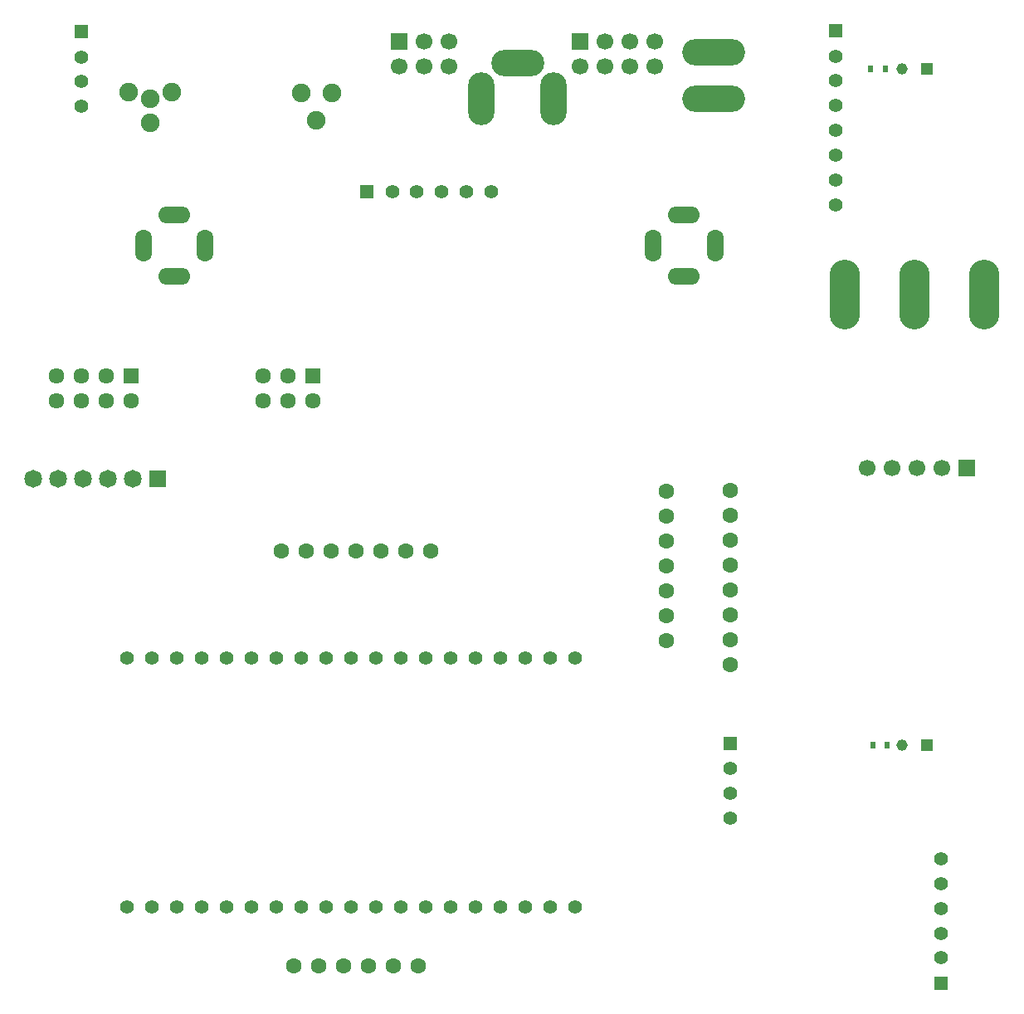
<source format=gbr>
G04 DipTrace 4.3.0.5*
G04 BottomPaste.gbr*
%MOIN*%
G04 #@! TF.FileFunction,Paste,Bot*
G04 #@! TF.Part,Single*
%ADD27C,0.062992*%
%ADD41C,0.066929*%
%ADD66R,0.046063X0.046063*%
%ADD68C,0.046063*%
%ADD70O,0.122047X0.279528*%
%ADD74O,0.251969X0.106299*%
%ADD76R,0.019685X0.031496*%
%ADD84C,0.063386*%
%ADD86R,0.063386X0.063386*%
%ADD88C,0.071654*%
%ADD90R,0.071654X0.071654*%
%ADD91R,0.055118X0.055118*%
%ADD93O,0.129921X0.066929*%
%ADD95O,0.066929X0.129921*%
%ADD96C,0.074803*%
%ADD98R,0.066929X0.066929*%
%ADD100O,0.212598X0.106299*%
%ADD102O,0.106299X0.212598*%
%ADD107C,0.055118*%
%FSLAX26Y26*%
G04*
G70*
G90*
G75*
G01*
G04 BotPaste*
%LPD*%
D107*
X2145669Y787402D3*
X2045669D3*
X2245669D3*
X2345669D3*
X1945669D3*
X2445669D3*
X1845669D3*
X2545669D3*
X1745669D3*
X2645669D3*
X1645669D3*
X2745669D3*
X1545669D3*
X1445669D3*
X2845669D3*
X2945669D3*
X1345669D3*
X1245669D3*
X3045669D3*
X2145669Y1787402D3*
X2045669D3*
X1945669D3*
X1845669D3*
X1745669D3*
X1645669D3*
X1545669D3*
X1445669D3*
X1345669D3*
X1245669D3*
X3045669D3*
X2945669D3*
X2845669D3*
X2745669D3*
X2645669D3*
X2545669D3*
X2445669D3*
X2345669D3*
X2245669D3*
D96*
X1944882Y4059055D3*
X2007874Y3948819D3*
X2070866Y4059055D3*
X1251969Y4061024D3*
X1338583Y4033465D3*
X1425197Y4061024D3*
X1338583Y3938976D3*
D102*
X2671260Y4033465D3*
X2958661D3*
D100*
X2814961Y4177165D3*
D98*
X2339370Y4265354D3*
D41*
Y4165354D3*
X2439370Y4265354D3*
Y4165354D3*
X2539370Y4265354D3*
Y4165354D3*
D98*
X3066142Y4265354D3*
D41*
Y4165354D3*
X3166142Y4265354D3*
Y4165354D3*
X3266142Y4265354D3*
Y4165354D3*
X3366142Y4265354D3*
Y4165354D3*
D95*
X1312992Y3444882D3*
X1561024D3*
D93*
X1437008Y3568898D3*
Y3320866D3*
D95*
X3360236Y3444882D3*
X3608268D3*
D93*
X3484252Y3568898D3*
Y3320866D3*
D91*
X2210630Y3661417D3*
D107*
X2311614D3*
X2510630D3*
X2410630D3*
X2610630D3*
X2710630D3*
D91*
X1062992Y4303543D3*
D107*
Y4202559D3*
Y4003543D3*
Y4103543D3*
D91*
X4517718Y482282D3*
D107*
Y583266D3*
Y782282D3*
Y682282D3*
Y882282D3*
Y982282D3*
D90*
X1370079Y2507874D3*
D88*
X1270079D3*
X1170079D3*
X1070079D3*
X970079D3*
X870079D3*
D91*
X4094488Y4306693D3*
D107*
Y4205709D3*
Y4006693D3*
Y4106693D3*
Y3906693D3*
Y3806693D3*
Y3706693D3*
Y3606693D3*
D86*
X1991339Y2921260D3*
D84*
Y2821260D3*
X1891339Y2921260D3*
Y2821260D3*
X1791339Y2921260D3*
Y2821260D3*
D86*
X1264567Y2921260D3*
D84*
Y2821260D3*
X1164567Y2921260D3*
Y2821260D3*
X1064567Y2921260D3*
Y2821260D3*
X964567Y2921260D3*
Y2821260D3*
D27*
X2315354Y551181D3*
X2415354D3*
X2115354D3*
X2015354D3*
X1915354D3*
X2215354D3*
X3413386Y2257480D3*
Y2357480D3*
Y2457480D3*
Y2057480D3*
Y1957480D3*
Y1857480D3*
Y2157480D3*
X2265354Y2216535D3*
X2365354D3*
X2465354D3*
X2065354D3*
X1965354D3*
X1865354D3*
X2165354D3*
X3669291Y2060236D3*
Y1960236D3*
Y1860236D3*
Y2260236D3*
Y1760236D3*
Y2360236D3*
Y2460236D3*
Y2160236D3*
D91*
Y1445276D3*
D107*
Y1344291D3*
Y1145276D3*
Y1245276D3*
D76*
X4293308Y4153542D3*
X4234253D3*
X4301182Y1437007D3*
X4242127D3*
D74*
X3602362Y4222441D3*
Y4035433D3*
D98*
X4618110Y2551181D3*
D41*
X4518110D3*
X4418110D3*
X4318110D3*
X4218110D3*
D70*
X4409449Y3248031D3*
X4128937D3*
X4689961D3*
D68*
X4359450Y4153542D3*
D66*
X4459450D3*
D68*
X4359450Y1437007D3*
D66*
X4459450D3*
M02*

</source>
